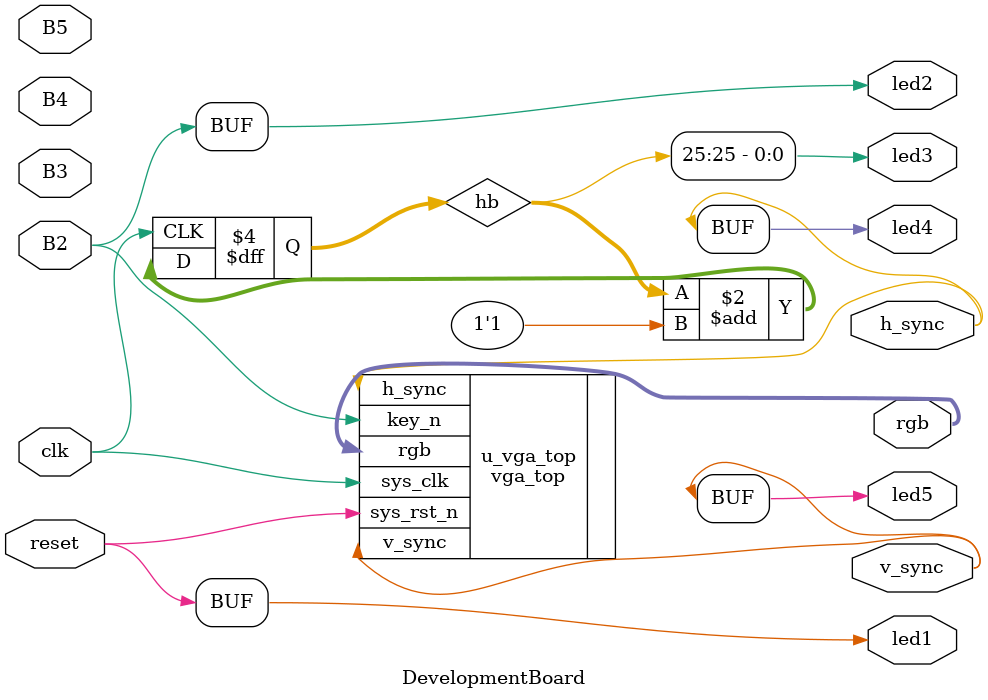
<source format=v>
`timescale 1ns / 1ns

module DevelopmentBoard(
    input  wire clk,                 // 50MHz
    input  wire reset, B2, B3, B4, B5,
    // reset is "a"
    // B2 is "s"
    // B3 is "d"
    // B4 is "f"
    // B5 is "g"

    output wire h_sync, v_sync,
    output wire [15:0] rgb,

    output wire led1,
    output wire led2,
    output wire led3,
    output wire led4,
    output wire led5
);


    assign led1 = reset;
    assign led2 = B2;

    reg [25:0] hb = 26'd0;
    always @(posedge clk) hb <= hb + 1'b1;
    assign led3 = hb[25];
    assign led4 = h_sync;
    assign led5 = v_sync;

    vga_top u_vga_top (
        .sys_clk  (clk),
        .sys_rst_n(reset),
        .key_n    (B2),
        .h_sync   (h_sync),
        .v_sync   (v_sync),
        .rgb      (rgb)
    );

endmodule
</source>
